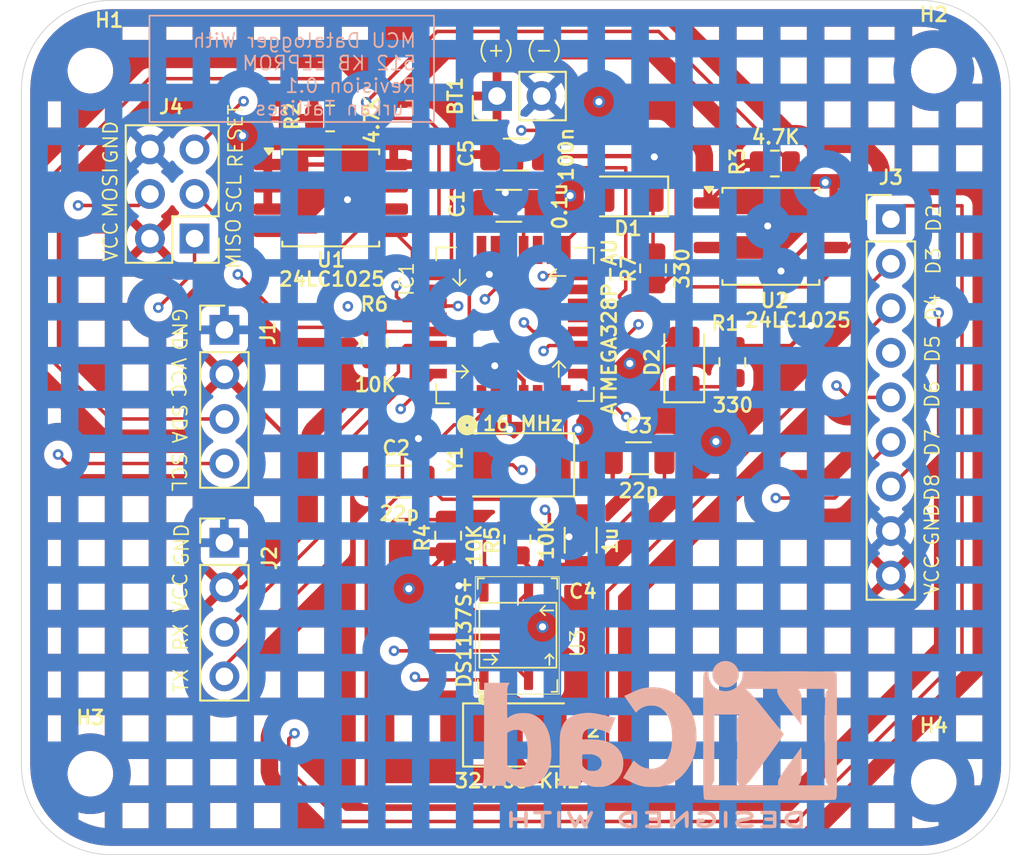
<source format=kicad_pcb>
(kicad_pcb (version 20241229) (generator "pcbnew") (generator_version "9.0")
  (title_block (title "MCU Datalogger with 512KB EEPROM") (date "2025-11-15") (rev "1") (company "Furkan Tatlises") (comment 1 "2 Layered PCB Layout"))
  (layers (0 "F.Cu" mixed) (4 "In1.Cu" mixed) (6 "In2.Cu" mixed) (2 "B.Cu" mixed) (13 "F.Paste" user) (15 "B.Paste" user) (5 "F.SilkS" user "F.Silkscreen") (7 "B.SilkS" user "B.Silkscreen") (1 "F.Mask" user) (3 "B.Mask" user) (25 "Edge.Cuts" user))
  (net 0 "")
  (net 1 "GND")
  (net 2 "/Vcc")
  (net 3 "Net-(IC1-AREF)")
  (net 4 "Net-(IC1-PB7)")
  (net 5 "Net-(IC1-PB6)")
  (net 6 "Net-(D1-A)")
  (net 7 "Net-(D1-K)")
  (net 8 "Net-(D2-K)")
  (net 9 "/SDA")
  (net 10 "/RX")
  (net 11 "/D2")
  (net 12 "/D7")
  (net 13 "/TX")
  (net 16 "/RESET")
  (net 17 "/MOSI")
  (net 19 "/D5")
  (net 21 "/D6")
  (net 22 "/D4")
  (net 23 "/SCL")
  (net 24 "/D3")
  (net 27 "/D8")
  (net 28 "/MISO")
  (net 32 "Net-(U3-!INTA)")
  (net 33 "Net-(U3-SQW{slash}~INT)")
  (net 34 "Net-(U3-X1)")
  (net 35 "Net-(U3-X2)")
  (footprint "MountingHole:MountingHole_2.1mm" (layer "F.Cu") (at 111.6584 118.7958)
    (property "Reference" "H3")
    (property "Value" "MountingHole")
  )
  (footprint "Package_SO:SOIC-8_5.3x5.3mm_P1.27mm" (layer "F.Cu") (at 150.431 88.1621)
    (property "Reference" "U2")
    (property "Value" "24LC1025")
  )
  (footprint "Capacitor_SMD:C_1206_3216Metric" (layer "F.Cu") (at 135.92 83.5)
    (property "Reference" "C5")
    (property "Value" "100n")
  )
  (footprint "Crystal:Crystal_SMD_5032-2Pin_5.0x3.2mm" (layer "F.Cu") (at 136.1685 101.1871 180)
    (property "Reference" "Y1")
    (property "Value" "16 MHz")
  )
  (footprint "LED_SMD:LED_1206_3216Metric" (layer "F.Cu") (at 145.4935 95.3371 90)
    (property "Reference" "D2")
    (property "Value" "LED")
  )
  (footprint "Resistor_SMD:R_0805_2012Metric" (layer "F.Cu") (at 143.7185 89.9871 90)
    (property "Reference" "R7")
    (property "Value" "330")
  )
  (footprint "Resistor_SMD:R_0805_2012Metric" (layer "F.Cu") (at 132.0435 105.2246 90)
    (property "Reference" "R4")
    (property "Value" "10K")
  )
  (footprint "Capacitor_SMD:C_1206_3216Metric" (layer "F.Cu") (at 139.5935 105.4871 -90)
    (property "Reference" "C4")
    (property "Value" "1u")
  )
  (footprint "Resistor_SMD:R_0805_2012Metric" (layer "F.Cu") (at 127.8435 94.2621 90)
    (property "Reference" "R6")
    (property "Value" "10K")
  )
  (footprint "Connector_PinHeader_2.54mm:PinHeader_1x09_P2.54mm_Vertical" (layer "F.Cu") (at 157.2685 87.1821)
    (property "Reference" "J3")
    (property "Value" "Conn_01x09_Pin")
  )
  (footprint "Crystal:Crystal_SMD_5032-2Pin_5.0x3.2mm" (layer "F.Cu") (at 135.9435 116.5871)
    (property "Reference" "Y2")
    (property "Value" "32.768 KHz")
  )
  (footprint "Connector_PinHeader_2.54mm:PinHeader_1x02_P2.54mm_Vertical" (layer "F.Cu") (at 134.8285 80.1621 90)
    (property "Reference" "BT1")
    (property "Value" "Battery")
  )
  (footprint "Connector_PinHeader_2.54mm:PinHeader_1x04_P2.54mm_Vertical" (layer "F.Cu") (at 119.2935 93.4921)
    (property "Reference" "J1")
    (property "Value" "Conn_01x04_Pin")
  )
  (footprint "Capacitor_SMD:C_1206_3216Metric" (layer "F.Cu") (at 142.8935 100.8121)
    (property "Reference" "C3")
    (property "Value" "22p")
  )
  (footprint "MountingHole:MountingHole_2.1mm" (layer "F.Cu") (at 159.7152 78.7146)
    (property "Reference" "H2")
    (property "Value" "MountingHole")
  )
  (footprint "Capacitor_SMD:C_1206_3216Metric" (layer "F.Cu") (at 129.22 102.14)
    (property "Reference" "C2")
    (property "Value" "22p")
  )
  (footprint "Package_SO:SOIC-8_5.3x5.3mm_P1.27mm" (layer "F.Cu") (at 125.356 85.9721)
    (property "Reference" "U1")
    (property "Value" "24LC1025")
  )
  (footprint "Resistor_SMD:R_0805_2012Metric" (layer "F.Cu") (at 135.9916 105.4354 90)
    (property "Reference" "R5")
    (property "Value" "10K")
  )
  (footprint "MountingHole:MountingHole_2.1mm" (layer "F.Cu") (at 159.7152 119.253)
    (property "Reference" "H4")
    (property "Value" "MountingHole")
  )
  (footprint "Resistor_SMD:R_0805_2012Metric" (layer "F.Cu") (at 148.2344 95.3262 90)
    (property "Reference" "R1")
    (property "Value" "330")
  )
  (footprint "Resistor_SMD:R_0805_2012Metric" (layer "F.Cu") (at 150.656 84.0121)
    (property "Reference" "R3")
    (property "Value" "4.7K")
  )
  (footprint "Capacitor_SMD:C_1206_3216Metric" (layer "F.Cu") (at 135.5 86.42)
    (property "Reference" "C1")
    (property "Value" "0.1u")
  )
  (footprint "DS1337S+:DS1337S+" (layer "F.Cu") (at 134.0835 113.4496)
    (property "Reference" "U3")
    (property "Value" "DS1137S+")
  )
  (footprint "Connector_PinHeader_2.54mm:PinHeader_2x03_P2.54mm_Vertical" (layer "F.Cu") (at 117.5935 88.2871 180)
    (property "Reference" "J4")
    (property "Value" "Conn_02x03_Odd_Even")
  )
  (footprint "LED_SMD:LED_1206_3216Metric" (layer "F.Cu") (at 142.2935 85.8871 180)
    (property "Reference" "D1")
    (property "Value" "LED")
  )
  (footprint "MountingHole:MountingHole_2.1mm" (layer "F.Cu") (at 111.6584 78.7146)
    (property "Reference" "H1")
    (property "Value" "MountingHole")
  )
  (footprint "Resistor_SMD:R_0805_2012Metric" (layer "F.Cu") (at 125.3185 81.4371)
    (property "Reference" "R2")
    (property "Value" "4.7K")
  )
  (footprint "ATMEGA328P-AU:ATMEGA328P-AU" (layer "F.Cu") (at 133.1435 97.4371)
    (property "Reference" "IC1")
    (property "Value" "ATMEGA328P-AU")
  )
  (footprint "Connector_PinHeader_2.54mm:PinHeader_1x04_P2.54mm_Vertical" (layer "F.Cu") (at 119.2935 105.6271)
    (property "Reference" "J2")
    (property "Value" "Conn_01x04_Pin")
  )
  (footprint "Symbol:KiCad-Logo2_8mm_SilkScreen" (layer "B.Cu") (at 144.07 116.31 180)
    (property "Reference" "REF**" (hide yes))
    (property "Value" "KiCad-Logo2_8mm_SilkScreen" (hide yes))
  )
  (gr_line (start 112.812102 123.407898) (end 158.9679 123.407898) (stroke (width 0.05)) (layer "Edge.Cuts"))
  (gr_line (start 158.9679 74.712102) (end 112.812102 74.712103) (stroke (width 0.05)) (layer "Edge.Cuts"))
  (gr_line (start 164.047898 118.327898) (end 164.047897 79.792102) (stroke (width 0.05)) (layer "Edge.Cuts"))
  (gr_arc (start 107.732102 79.792102) (mid 109.22 76.2) (end 112.812102 74.712102) (stroke (width 0.05)) (layer "Edge.Cuts"))
  (gr_line (start 107.732103 79.792102) (end 107.732103 118.327898) (stroke (width 0.05)) (layer "Edge.Cuts"))
  (gr_arc (start 158.967898 74.712102) (mid 162.56 76.2) (end 164.047898 79.792102) (stroke (width 0.05)) (layer "Edge.Cuts"))
  (gr_arc (start 164.047898 118.327898) (mid 162.56 121.92) (end 158.967898 123.407898) (stroke (width 0.05)) (layer "Edge.Cuts"))
  (gr_arc (start 112.812102 123.407898) (mid 109.219999 121.920001) (end 107.732102 118.327898) (stroke (width 0.05)) (layer "Edge.Cuts"))
  (gr_text "D8" (at 160.08 103.32 90) (layer "F.SilkS") (effects (font (size 0.8 0.8) (thickness 0.1)) (justify left bottom)))
  (gr_text "VCC" (at 117.25 109.69 90) (layer "F.SilkS") (effects (font (size 0.8 0.8) (thickness 0.1)) (justify left bottom)))
  (gr_text "SCL" (at 116.23 100.43 270) (layer "F.SilkS") (effects (font (size 0.8 0.8) (thickness 0.1)) (justify left bottom)))
  (gr_text "(+)" (at 133.68 77.99 0) (layer "F.SilkS") (effects (font (size 0.8 0.8) (thickness 0.1)) (justify left bottom)))
  (gr_text "D3" (at 160.16 90.41 90) (layer "F.SilkS") (effects (font (size 0.8 0.8) (thickness 0.1)) (justify left bottom)))
  (gr_text "GND" (at 116.25 92.18 270) (layer "F.SilkS") (effects (font (size 0.8 0.8) (thickness 0.1)) (justify left bottom)))
  (gr_text "D2" (at 160.18 87.98 90) (layer "F.SilkS") (effects (font (size 0.8 0.8) (thickness 0.1)) (justify left bottom)))
  (gr_text "D4" (at 160.13 93.06 90) (layer "F.SilkS") (effects (font (size 0.8 0.8) (thickness 0.1)) (justify left bottom)))
  (gr_text "RX" (at 117.28 111.87 90) (layer "F.SilkS") (effects (font (size 0.8 0.8) (thickness 0.1)) (justify left bottom)))
  (gr_text "D6\n" (at 160.09 98.01 90) (layer "F.SilkS") (effects (font (size 0.8 0.8) (thickness 0.1)) (justify left bottom)))
  (gr_text "SCL" (at 120.32 86.92 90) (layer "F.SilkS") (effects (font (size 0.8 0.8) (thickness 0.1)) (justify left bottom)))
  (gr_text "VCC" (at 116.2 95.01 270) (layer "F.SilkS") (effects (font (size 0.8 0.8) (thickness 0.1)) (justify left bottom)))
  (gr_text "D5" (at 160.11 95.42 90) (layer "F.SilkS") (effects (font (size 0.8 0.8) (thickness 0.1)) (justify left bottom)))
  (gr_text "MISO" (at 120.283171 90.097179 90) (layer "F.SilkS") (effects (font (size 0.8 0.8) (thickness 0.1)) (justify left bottom)))
  (gr_text "GND" (at 117.329083 107.037572 90) (layer "F.SilkS") (effects (font (size 0.8 0.8) (thickness 0.1)) (justify left bottom)))
  (gr_text "TX\n" (at 117.29 114.25 90) (layer "F.SilkS") (effects (font (size 0.8 0.8) (thickness 0.1)) (justify left bottom)))
  (gr_text "GND" (at 113.28 84.08 90) (layer "F.SilkS") (effects (font (size 0.8 0.8) (thickness 0.1)) (justify left bottom)))
  (gr_text "MOSI" (at 113.26 87.17 90) (layer "F.SilkS") (effects (font (size 0.8 0.8) (thickness 0.1)) (justify left bottom)))
  (gr_text "(-)" (at 136.42 77.99 0) (layer "F.SilkS") (effects (font (size 0.8 0.8) (thickness 0.1)) (justify left bottom)))
  (gr_text "SDA" (at 116.25 97.65 270) (layer "F.SilkS") (effects (font (size 0.8 0.8) (thickness 0.1)) (justify left bottom)))
  (gr_text "GND\n" (at 160.07 105.87 90) (layer "F.SilkS") (effects (font (size 0.8 0.8) (thickness 0.1)) (justify left bottom)))
  (gr_text "VCC\n" (at 160.07 108.68 90) (layer "F.SilkS") (effects (font (size 0.8 0.8) (thickness 0.1)) (justify left bottom)))
  (gr_text "D7" (at 160.1 100.77 90) (layer "F.SilkS") (effects (font (size 0.8 0.8) (thickness 0.1)) (justify left bottom)))
  (gr_text "VCC" (at 113.278347 89.6671 90) (layer "F.SilkS") (effects (font (size 0.8 0.8) (thickness 0.1)) (justify left bottom)))
  (gr_text "RESET" (at 120.4 84.32 90) (layer "F.SilkS") (effects (font (size 0.8 0.8) (thickness 0.1)) (justify left bottom)))
  (gr_text_box "MCU Datalogger With 512 KB EEPROM\nRevision 0.1\nFurkan Tatlises" (start 115.025 75.58) (end 131.235 81.64) (margins 1.0025 1.0025 1.0025 1.0025) (layer "B.SilkS") (effects (font (size 0.8 0.8) (thickness 0.1)) (justify left top mirror)) (border yes) (stroke (width 0.1)))
  (segment (start 150.9371 90.0671) (end 151.01 90.14) (width 0.25) (layer "F.Cu") (net 1))
  (segment (start 138.93 104.6756) (end 139.5935 104.0121) (width 0.25) (layer "F.Cu") (net 1))
  (segment (start 127.745 101.24) (end 129.295 99.69) (width 0.25) (layer "F.Cu") (net 1))
  (segment (start 124.5029 87.8771) (end 126.31 86.07) (width 0.25) (layer "F.Cu") (net 1))
  (segment (start 144.2604 90.8996) (end 144.97 90.19) (width 0.25) (layer "F.Cu") (net 1))
  (segment (start 141.4185 100.8121) (end 141.4185 102.1871) (width 0.25) (layer "F.Cu") (net 1))
  (segment (start 143.7185 90.8996) (end 144.2604 90.8996) (width 0.25) (layer "F.Cu") (net 1))
  (segment (start 143.7471 83.5871) (end 143.79 83.63) (width 0.25) (layer "F.Cu") (net 1))
  (segment (start 144.27 84.11) (end 143.79 83.63) (width 0.25) (layer "F.Cu") (net 1))
  (segment (start 136.3435 96.3871) (end 136.3435 97.4371) (width 0.25) (layer "F.Cu") (net 1))
  (segment (start 146.8435 90.0671) (end 150.9371 90.0671) (width 0.25) (layer "F.Cu") (net 1))
  (segment (start 135.1106 90.42) (end 135.5435 89.9871) (width 0.25) (layer "F.Cu") (net 1))
  (segment (start 137.4821 83.5871) (end 143.7471 83.5871) (width 0.25) (layer "F.Cu") (net 1))
  (segment (start 136.975 86.42) (end 136.05 86.42) (width 0.25) (layer "F.Cu") (net 1))
  (segment (start 126.31 86.07) (end 127.0429 85.3371) (width 0.25) (layer "F.Cu") (net 1))
  (segment (start 145.064 84.11) (end 144.27 84.11) (width 0.25) (layer "F.Cu") (net 1))
  (segment (start 144.97 90.19) (end 145.064 90.096) (width 0.25) (layer "F.Cu") (net 1))
  (segment (start 135.4964 95.54) (end 136.3435 96.3871) (width 0.25) (layer "F.Cu") (net 1))
  (segment (start 151.01 90.14) (end 153.6229 87.5271) (width 0.25) (layer "F.Cu") (net 1))
  (segment (start 150.2071 87.5271) (end 150.25 87.57) (width 0.25) (layer "F.Cu") (net 1))
  (segment (start 134.477997 90.42) (end 135.1106 90.42) (width 0.25) (layer "F.Cu") (net 1))
  (segment (start 127.0429 85.3371) (end 128.9435 85.3371) (width 0.25) (layer "F.Cu") (net 1))
  (segment (start 148.2344 94.4137) (end 151.5563 94.4137) (width 0.25) (layer "F.Cu") (net 1))
  (segment (start 137.395 83.5) (end 137.4821 83.5871) (width 0.25) (layer "F.Cu") (net 1))
  (segment (start 134.0835 108.4096) (end 132.9796 108.4096) (width 0.25) (layer "F.Cu") (net 1))
  (segment (start 151.5563 94.4137) (end 152.72 93.25) (width 0.25) (layer "F.Cu") (net 1))
  (segment (start 134.7 95.54) (end 134.7 97.3936) (width 0.25) (layer "F.Cu") (net 1))
  (segment (start 145.064 90.096) (end 145.064 84.11) (width 0.25) (layer "F.Cu") (net 1))
  (segment (start 134.7 95.54) (end 135.4964 95.54) (width 0.25) (layer "F.Cu") (net 1))
  (segment (start 135.5435 89.9871) (end 135.5435 88.9371) (width 0.25) (layer "F.Cu") (net 1))
  (segment (start 153.6229 87.5271) (end 154.0185 87.5271) (width 0.25) (layer "F.Cu") (net 1))
  (segment (start 138.93 105.29) (end 138.93 104.6756) (width 0.25) (layer "F.Cu") (net 1))
  (segment (start 129.295 99.69) (end 130.35 99.69) (width 0.25) (layer "F.Cu") (net 1))
  (segment (start 132.9796 108.4096) (end 132.65 108.08) (width 0.25) (layer "F.Cu") (net 1))
  (segment (start 127.745 102.14) (end 127.745 101.24) (width 0.25) (layer "F.Cu") (net 1))
  (segment (start 121.7685 87.8771) (end 124.5029 87.8771) (width 0.25) (layer "F.Cu") (net 1))
  (segment (start 134.7 97.3936) (end 134.7435 97.4371) (width 0.25) (layer "F.Cu") (net 1))
  (segment (start 141.4185 102.1871) (end 139.5935 104.0121) (width 0.25) (layer "F.Cu") (net 1))
  (segment (start 136.05 86.42) (end 135.3 85.67) (width 0.25) (layer "F.Cu") (net 1))
  (segment (start 134.389932 90.331935) (end 134.477997 90.42) (width 0.25) (layer "F.Cu") (net 1))
  (segment (start 146.8435 87.5271) (end 150.2071 87.5271) (width 0.25) (layer "F.Cu") (net 1))
  (via (at 150.25 87.57) (size 0.7) (drill 0.4) (layers "F.Cu" "B.Cu") (net 1))
  (via (at 130.35 99.69) (size 0.7) (drill 0.4) (layers "F.Cu" "B.Cu") (net 1))
  (via (at 134.389932 90.331935) (size 0.7) (drill 0.4) (layers "F.Cu" "B.Cu") (net 1))
  (via (at 143.79 83.63) (size 0.7) (drill 0.4) (layers "F.Cu" "B.Cu") (net 1))
  (via (at 135.3 85.67) (size 0.7) (drill 0.4) (layers "F.Cu" "B.Cu") (net 1))
  (via (at 151.01 90.14) (size 0.7) (drill 0.4) (layers "F.Cu" "B.Cu") (net 1))
  (via (at 132.65 108.08) (size 0.7) (drill 0.4) (layers "F.Cu" "B.Cu") (net 1))
  (via (at 126.31 86.07) (size 0.7) (drill 0.4) (layers "F.Cu" "B.Cu") (net 1))
  (via (at 138.93 105.29) (size 0.7) (drill 0.4) (layers "F.Cu" "B.Cu") (net 1))
  (via (at 152.72 93.25) (size 0.7) (drill 0.4) (layers "F.Cu" "B.Cu") (net 1))
  (via (at 134.7 95.54) (size 0.7) (drill 0.4) (layers "F.Cu" "B.Cu") (net 1))
  (segment (start 146.2278 101.3206) (end 140.5863 106.9621) (width 0.25) (layer "F.Cu") (net 2))
  (segment (start 121.7685 84.0671) (end 121.7685 85.3371) (width 0.25) (layer "F.Cu") (net 2))
  (segment (start 143.1712 95.7412) (end 142.5194 96.393) (width 0.25) (layer "F.Cu") (net 2))
  (segment (start 138.99 86.8636) (end 138.99 85.84) (width 0.25) (layer "F.Cu") (net 2))
  (segment (start 137.8935 108.2498) (end 137.8935 108.4096) (width 0.25) (layer "F.Cu") (net 2))
  (segment (start 119.2935 96.0321) (end 120.151 95.1746) (width 0.25) (layer "F.Cu") (net 2))
  (segment (start 121.6359 81.4371) (end 121.3612 81.7118) (width 0.25) (layer "F.Cu") (net 2))
  (segment (start 146.2278 100.1014) (end 146.2278 101.3206) (width 0.25) (layer "F.Cu") (net 2))
  (segment (start 145.7582 99.6318) (end 146.2278 100.1014) (width 0.25) (layer "F.Cu") (net 2))
  (segment (start 145.4935 93.9371) (end 144.9753 93.9371) (width 0.25) (layer "F.Cu") (net 2))
  (segment (start 135.5435 99.1635) (end 135.55 99.17) (width 0.25) (layer "F.Cu") (net 2))
  (segment (start 121.7685 85.3371) (end 121.7685 86.6071) (width 0.25) (layer "F.Cu") (net 2))
  (segment (start 153.709944 86.2571) (end 154.0185 86.2571) (width 0.25) (layer "F.Cu") (net 2))
  (segment (start 140.5863 106.9621) (end 139.5935 106.9621) (width 0.25) (layer "F.Cu") (net 2))
  (segment (start 147.0718 99.6318) (end 147.3 99.86) (width 0.25) (layer "F.Cu") (net 2))
  (segment (start 120.151 95.1746) (end 127.8435 95.1746) (width 0.25) (layer "F.Cu") (net 2))
  (segment (start 138.6 109.71) (end 137.8935 109.0035) (width 0.25) (layer "F.Cu") (net 2))
  (segment (start 132.0435 106.1371) (end 129.9306 108.25) (width 0.25) (layer "F.Cu") (net 2))
  (segment (start 123.0122 105.4862) (end 123.0122 99.7508) (width 0.25) (layer "F.Cu") (net 2))
  (segment (start 124.406 81.4371) (end 121.6359 81.4371) (width 0.25) (layer "F.Cu") (net 2))
  (segment (start 142.39 95.41) (end 142.7212 95.7412) (width 0.25) (layer "F.Cu") (net 2))
  (segment (start 142.5194 96.393) (end 145.7582 99.6318) (width 0.25) (layer "F.Cu") (net 2))
  (segment (start 134.8285 80.1621) (end 134.8285 83.2021) (width 0.25) (layer "F.Cu") (net 2))
  (segment (start 149.0885 84.0121) (end 146.8435 86.2571) (width 0.25) (layer "F.Cu") (net 2))
  (segment (start 153.53 85.09) (end 153.2271 85.09) (width 0.25) (layer "F.Cu") (net 2))
  (segment (start 120.33 82.42) (end 120.33 82.6286) (width 0.25) (layer "F.Cu") (net 2))
  (segment (start 119.2935 108.1671) (end 120.3313 108.1671) (width 0.25) (layer "F.Cu") (net 2))
  (segment (start 137.9435 87.9101) (end 138.99 86.8636) (width 0.25) (layer "F.Cu") (net 2))
  (segment (start 129.9306 108.25) (end 129.8 108.25) (width 0.25) (layer "F.Cu") (net 2))
  (segment (start 123.0122 99.7508) (end 119.2935 96.0321) (width 0.25) (layer "F.Cu") (net 2))
  (segment (start 142.7212 95.7412) (end 143.1712 95.7412) (width 0.25) (layer "F.Cu") (net 2))
  (segment (start 135.5435 97.4371) (end 135.5435 99.1635) (width 0.25) (layer "F.Cu") (net 2))
  (segment (start 144.9753 93.9371) (end 143.1712 95.7412) (width 0.25) (layer "F.Cu") (net 2))
  (segment (start 137.8935 109.0035) (end 137.8935 108.4096) (width 0.25) (layer "F.Cu") (net 2))
  (segment (start 121.7685 84.0671) (end 128.9435 84.0671) (width 0.25) (layer "F.Cu") (net 2))
  (segment (start 146.8435 86.2571) (end 152.06 86.2571) (width 0.25) (layer "F.Cu") (net 2))
  (segment (start 153.2271 85.09) (end 152.06 86.2571) (width 0.25) (layer "F.Cu") (net 2))
  (segment (start 152.06 86.2571) (end 154.0185 86.2571) (width 0.25) (layer "F.Cu") (net 2))
  (segment (start 134.5306 83.5) (end 134.445 83.5) (width 0.25) (layer "F.Cu") (net 2))
  (segment (start 120.33 82.6286) (end 121.7685 84.0671) (width 0.25) (layer "F.Cu") (net 2))
  (segment (start 137.42 110.42) (end 137.89 110.42) (width 0.25) (layer "F.Cu") (net 2))
  (segment (start 121.3612 83.6598) (end 121.7685 84.0671) (width 0.25) (layer "F.Cu") (net 2))
  (segment (start 121.3612 81.7118) (end 121.3612 83.6598) (width 0.25) (layer "F.Cu") (net 2))
  (segment (start 146.8435 88.7971) (end 151.169944 88.7971) (width 0.25) (layer "F.Cu") (net 2))
  (segment (start 135.9916 106.3479) (end 137.8935 108.2498) (width 0.25) (layer "F.Cu") (net 2))
  (segment (start 120.3313 108.1671) (end 123.0122 105.4862) (width 0.25) (layer "F.Cu") (net 2))
  (segment (start 137.9435 88.9371) (end 137.9435 87.9101) (width 0.25) (layer "F.Cu") (net 2))
  (segment (start 137.89 110.42) (end 138.6 109.71) (width 0.25) (layer "F.Cu") (net 2))
  (segment (start 145.7582 99.6318) (end 147.0718 99.6318) (width 0.25) (layer "F.Cu") (net 2))
  (segment (start 134.8285 83.2021) (end 134.5306 83.5) (width 0.25) (layer "F.Cu") (net 2))
  (segment (start 149.7435 84.0121) (end 149.0885 84.0121) (width 0.25) (layer "F.Cu") (net 2))
  (segment (start 151.169944 88.7971) (end 153.709944 86.2571) (width 0.25) (layer "F.Cu") (net 2))
  (via (at 137.42 110.42) (size 0.7) (drill 0.4) (layers "F.Cu" "B.Cu") (net 2))
  (via (at 135.55 99.17) (size 0.7) (drill 0.4) (layers "F.Cu" "B.Cu") (net 2))
  (via (at 147.3 99.86) (size 0.7) (drill 0.4) (layers "F.Cu" "B.Cu") (net 2))
  (via (at 138.99 85.84) (size 0.7) (drill 0.4) (layers "F.Cu" "B.Cu") (net 2))
  (via (at 142.39 95.41) (size 0.7) (drill 0.4) (layers "F.Cu" "B.Cu") (net 2))
  (via (at 139.4435 99.17) (size 0.7) (drill 0.4) (layers "F.Cu" "B.Cu") (net 2))
  (via (at 153.53 85.09) (size 0.7) (drill 0.4) (layers "F.Cu" "B.Cu") (net 2))
  (via (at 129.8 108.25) (size 0.7) (drill 0.4) (layers "F.Cu" "B.Cu") (net 2))
  (via (at 120.33 82.42) (size 0.7) (drill 0.4) (layers "F.Cu" "B.Cu") (net 2))
  (via (at 140.63 80.49) (size 0.7) (drill 0.4) (layers "F.Cu" "B.Cu") (net 2))
  (segment (start 134.0361 86.4311) (end 134.8911 86.4311) (width 0.2) (layer "F.Cu") (net 3))
  (segment (start 136.3435 87.8835) (end 136.3435 88.9371) (width 0.2) (layer "F.Cu") (net 3))
  (segment (start 134.025 86.42) (end 134.0361 86.4311) (width 0.2) (layer "F.Cu") (net 3))
  (segment (start 134.8911 86.4311) (end 136.3435 87.8835) (width 0.2) (layer "F.Cu") (net 3))
  (segment (start 136.0562 103.1494) (end 138.0185 101.1871) (width 0.2) (layer "F.Cu") (net 4))
  (segment (start 138.0185 101.1871) (end 138.7435 100.4621) (width 0.2) (layer "F.Cu") (net 4))
  (segment (start 130.695 102.14) (end 131.7044 103.1494) (width 0.2) (layer "F.Cu") (net 4))
  (segment (start 131.7044 103.1494) (end 136.0562 103.1494) (width 0.2) (layer "F.Cu") (net 4))
  (segment (start 138.7435 100.4621) (end 138.7435 97.4371) (width 0.2) (layer "F.Cu") (net 4))
  (segment (start 136.28 101.48) (end 136.02 101.48) (width 0.2) (layer "F.Cu") (net 5))
  (segment (start 135.1935 101.1871) (end 137.9435 98.4371) (width 0.2) (layer "F.Cu") (net 5))
  (segment (start 137.81 106.17) (end 137.81 104) (width 0.2) (layer "F.Cu") (net 5))
  (segment (start 137.81 104) (end 137.56 103.75) (width 0.2) (layer "F.Cu") (net 5))
  (segment (start 136.02 101.48) (end 135.7271 101.1871) (width 0.2) (layer "F.Cu") (net 5))
  (segment (start 144.3685 102.0615) (end 140.3939 106.0361) (width 0.2) (layer "F.Cu") (net 5))
  (segment (start 134.3185 101.1871) (end 135.1935 101.1871) (width 0.2) (layer "F.Cu") (net 5))
  (segment (start 140.3939 106.0361) (end 138.68763 106.0361) (width 0.2) (layer "F.Cu") (net 5))
  (segment (start 144.3685 100.8121) (end 144.3685 102.0615) (width 0.2) (layer "F.Cu") (net 5))
  (segment (start 135.7271 101.1871) (end 134.3185 101.1871) (width 0.2) (layer "F.Cu") (net 5))
  (segment (start 138.68763 106.0361) (end 138.55373 106.17) (width 0.2) (layer "F.Cu") (net 5))
  (segment (start 138.55373 106.17) (end 137.81 106.17) (width 0.2) (layer "F.Cu") (net 5))
  (segment (start 137.9435 98.4371) (end 137.9435 97.4371) (width 0.2) (layer "F.Cu") (net 5))
  (via (at 136.28 101.48) (size 0.6) (drill 0.3) (layers "F.Cu" "B.Cu") (net 5))
  (via (at 137.56 103.75) (size 0.6) (drill 0.3) (layers "F.Cu" "B.Cu") (net 5))
  (segment (start 140.8935 85.8871) (end 140.8935 86.3095) (width 0.2) (layer "F.Cu") (net 6))
  (segment (start 140.8935 86.3095) (end 138.7435 88.4595) (width 0.2) (layer "F.Cu") (net 6))
  (segment (start 138.7435 88.4595) (end 138.7435 88.9371) (width 0.2) (layer "F.Cu") (net 6))
  (segment (start 143.7185 85.9121) (end 143.6935 85.8871) (width 0.2) (layer "F.Cu") (net 7))
  (segment (start 143.7185 89.0746) (end 143.7185 85.9121) (width 0.2) (layer "F.Cu") (net 7))
  (segment (start 147.736 96.7371) (end 148.2344 96.2387) (width 0.2) (layer "F.Cu") (net 8))
  (segment (start 145.4935 96.7371) (end 147.736 96.7371) (width 0.2) (layer "F.Cu") (net 8))
  (segment (start 134.9639 111.79) (end 128.96 111.79) (width 0.2) (layer "F.Cu") (net 9))
  (segment (start 132.61 92.13) (end 131.3114 92.13) (width 0.2) (layer "F.Cu") (net 9))
  (segment (start 145.54 91.04) (end 145.54 83.66) (width 0.2) (layer "F.Cu") (net 9))
  (segment (start 136.6235 113.4496) (end 134.9639 111.79) (width 0.2) (layer "F.Cu") (net 9))
  (segment (start 112.7961 98.5721) (end 109.1438 94.9198) (width 0.2) (layer "F.Cu") (net 9))
  (segment (start 131.5212 82.1182) (end 131.5212 87.249) (width 0.2) (layer "F.Cu") (net 9))
  (segment (start 131.3114 92.13) (end 131.1685 91.9871) (width 0.2) (layer "F.Cu") (net 9))
  (segment (start 130.8931 87.8771) (end 128.9435 87.8771) (width 0.2) (layer "F.Cu") (net 9))
  (segment (start 126.231 81.4371) (end 130.8401 81.4371) (width 0.2) (layer "F.Cu") (net 9))
  (segment (start 153.0456 91.04) (end 145.54 91.04) (width 0.2) (layer "F.Cu") (net 9))
  (segment (start 131.5212 87.249) (end 130.8931 87.8771) (width 0.2) (layer "F.Cu") (net 9))
  (segment (start 130.8401 81.4371) (end 131.5212 82.1182) (width 0.2) (layer "F.Cu") (net 9))
  (segment (start 109.1438 85.0392) (end 115.0112 79.1718) (width 0.2) (layer "F.Cu") (net 9))
  (segment (start 115.0112 79.1718) (end 125.6144 79.1718) (width 0.2) (layer "F.Cu") (net 9))
  (segment (start 119.2935 98.5721) (end 112.7961 98.5721) (width 0.2) (layer "F.Cu") (net 9))
  (segment (start 145.54 83.66) (end 144 82.12) (width 0.2) (layer "F.Cu") (net 9))
  (segment (start 130.01 88.9436) (end 128.9435 87.8771) (width 0.2) (layer "F.Cu") (net 9))
  (segment (start 126.231 79.7884) (end 126.231 81.4371) (width 0.2) (layer "F.Cu") (net 9))
  (segment (start 154.0185 90.0671) (end 153.0456 91.04) (width 0.2) (layer "F.Cu") (net 9))
  (segment (start 125.6144 79.1718) (end 126.231 79.7884) (width 0.2) (layer "F.Cu") (net 9))
  (segment (start 130.01 91.537943) (end 130.01 88.9436) (width 0.2) (layer "F.Cu") (net 9))
  (segment (start 109.1438 94.9198) (end 109.1438 85.0392) (width 0.2) (layer "F.Cu") (net 9))
  (segment (start 144 82.12) (end 136.21 82.12) (width 0.2) (layer "F.Cu") (net 9))
  (segment (start 130.459157 91.9871) (end 130.01 91.537943) (width 0.2) (layer "F.Cu") (net 9))
  (segment (start 131.1685 91.9871) (end 130.459157 91.9871) (width 0.2) (layer "F.Cu") (net 9))
  (via (at 128.96 111.79) (size 0.6) (drill 0.3) (layers "F.Cu" "B.Cu") (net 9))
  (via (at 136.21 82.12) (size 0.6) (drill 0.3) (layers "F.Cu" "B.Cu") (net 9))
  (via (at 132.61 92.13) (size 0.6) (drill 0.3) (layers "F.Cu" "B.Cu") (net 9))
  (segment (start 129.2098 95.885) (end 129.2098 94.7928) (width 0.2) (layer "F.Cu") (net 10))
  (segment (start 129.6155 94.3871) (end 131.1685 94.3871) (width 0.2) (layer "F.Cu") (net 10))
  (segment (start 129.2098 94.7928) (end 129.6155 94.3871) (width 0.2) (layer "F.Cu") (net 10))
  (segment (start 119.2935 110.7071) (end 125.222 104.7786) (width 0.2) (layer "F.Cu") (net 10))
  (segment (start 125.222 99.8728) (end 129.2098 95.885) (width 0.2) (layer "F.Cu") (net 10))
  (segment (start 125.222 104.7786) (end 125.222 99.8728) (width 0.2) (layer "F.Cu") (net 10))
  (segment (start 161.32 112.07) (end 160.6 112.79) (width 0.2) (layer "F.Cu") (net 11))
  (segment (start 122.96 118.55) (end 122.96 116.82) (width 0.2) (layer "F.Cu") (net 11))
  (segment (start 125.93 121.52) (end 122.96 118.55) (width 0.2) (layer "F.Cu") (net 11))
  (segment (start 160.6 112.79) (end 151.87 121.52) (width 0.2) (layer "F.Cu") (net 11))
  (segment (start 161.32 86.42) (end 161.32 112.07) (width 0.2) (layer "F.Cu") (net 11))
  (segment (start 151.87 121.52) (end 142.61 121.52) (width 0.2) (layer "F.Cu") (net 11))
  (segment (start 131.1685 96.1715) (end 131.1685 95.9871) (width 0.2) (layer "F.Cu") (net 11))
  (segment (start 122.96 116.82) (end 123.29 116.49) (width 0.2) (layer "F.Cu") (net 11))
  (segment (start 158.0306 86.42) (end 161.32 86.42) (width 0.2) (layer "F.Cu") (net 11))
  (segment (start 157.2685 87.1821) (end 158.0306 86.42) (width 0.2) (layer "F.Cu") (net 11))
  (segment (start 142.61 121.52) (end 125.93 121.52) (width 0.2) (layer "F.Cu") (net 11))
  (segment (start 129.34 98) (end 131.1685 96.1715) (width 0.2) (layer "F.Cu") (net 11))
  (via (at 129.34 98) (size 0.6) (drill 0.3) (layers "F.Cu" "B.Cu") (net 11))
  (via (at 123.29 116.49) (size 0.6) (drill 0.3) (layers "F.Cu" "B.Cu") (net 11))
  (segment (start 154.0706 103.08) (end 150.71 103.08) (width 0.2) (layer "F.Cu") (net 12))
  (segment (start 137.7929 94.3871) (end 139.6685 94.3871) (width 0.2) (layer "F.Cu") (net 12))
  (segment (start 137.48 94.7) (end 137.7929 94.3871) (width 0.2) (layer "F.Cu") (net 12))
  (segment (start 157.2685 99.8821) (end 154.0706 103.08) (width 0.2) (layer "F.Cu") (net 12))
  (via (at 150.71 103.08) (size 0.6) (drill 0.3) (layers "F.Cu" "B.Cu") (net 12))
  (via (at 137.48 94.7) (size 0.6) (drill 0.3) (layers "F.Cu" "B.Cu") (net 12))
  (segment (start 119.2935 113.2471) (end 119.2935 112.6593) (width 0.2) (layer "F.Cu") (net 13))
  (segment (start 129.9464 96.266) (end 129.9464 95.4532) (width 0.2) (layer "F.Cu") (net 13))
  (segment (start 119.2935 112.6593) (end 125.857 106.0958) (width 0.2) (layer "F.Cu") (net 13))
  (segment (start 125.857 106.0958) (end 125.857 100.3554) (width 0.2) (layer "F.Cu") (net 13))
  (segment (start 130.2125 95.1871) (end 131.1685 95.1871) (width 0.2) (layer "F.Cu") (net 13))
  (segment (start 129.9464 95.4532) (end 130.2125 95.1871) (width 0.2) (layer "F.Cu") (net 13))
  (segment (start 125.857 100.3554) (end 129.9464 96.266) (width 0.2) (layer "F.Cu") (net 13))
  (segment (start 128.081 93.5871) (end 131.1685 93.5871) (width 0.2) (layer "F.Cu") (net 16))
  (segment (start 120.3406 80.46) (end 120.39 80.46) (width 0.2) (layer "F.Cu") (net 16))
  (segment (start 123.0796 93.3496) (end 127.8435 93.3496) (width 0.2) (layer "F.Cu") (net 16))
  (segment (start 127.8435 93.3496) (end 128.081 93.5871) (width 0.2) (layer "F.Cu") (net 16))
  (segment (start 117.5935 83.2071) (end 120.3406 80.46) (width 0.2) (layer "F.Cu") (net 16))
  (segment (start 120.06 90.33) (end 123.0796 93.3496) (width 0.2) (layer "F.Cu") (net 16))
  (via (at 120.39 80.46) (size 0.6) (drill 0.3) (layers "F.Cu" "B.Cu") (net 16))
  (via (at 120.06 90.33) (size 0.6) (drill 0.3) (layers "F.Cu" "B.Cu") (net 16))
  (segment (start 134.14 91.75) (end 134.7029 91.1871) (width 0.2) (layer "F.Cu") (net 17))
  (segment (start 115.0535 85.7471) (end 114.4006 86.4) (width 0.2) (layer "F.Cu") (net 17))
  (segment (start 114.4006 86.4) (end 110.96 86.4) (width 0.2) (layer "F.Cu") (net 17))
  (segment (start 134.7029 91.1871) (end 139.6685 91.1871) (width 0.2) (layer "F.Cu") (net 17))
  (via (at 134.14 91.75) (size 0.6) (drill 0.3) (layers "F.Cu" "B.Cu") (net 17))
  (via (at 110.96 86.4) (size 0.6) (drill 0.3) (layers "F.Cu" "B.Cu") (net 17))
  (segment (start 142.1414 98.46) (end 139.6685 95.9871) (width 0.2) (layer "F.Cu") (net 19))
  (segment (start 142.2 98.46) (end 142.1414 98.46) (width 0.2) (layer "F.Cu") (net 19))
  (via (at 142.2 98.46) (size 0.6) (drill 0.3) (layers "F.Cu" "B.Cu") (net 19))
  (segment (start 142.89 93.18) (end 140.8829 95.1871) (width 0.2) (layer "F.Cu") (net 21))
  (segment (start 140.8829 95.1871) (end 139.6685 95.1871) (width 0.2) (layer "F.Cu") (net 21))
  (segment (start 157.2685 97.3421) (end 154.8421 97.3421) (width 0.2) (layer "F.Cu") (net 21))
  (segment (start 154.8421 97.3421) (end 154.17 96.67) (width 0.2) (layer "F.Cu") (net 21))
  (via (at 154.17 96.67) (size 0.6) (drill 0.3) (layers "F.Cu" "B.Cu") (net 21))
  (via (at 142.89 93.18) (size 0.6) (drill 0.3) (layers "F.Cu" "B.Cu") (net 21))
  (segment (start 157.2685 92.2621) (end 141.1224 108.4082) (width 0.2) (layer "F.Cu") (net 22))
  (segment (start 141.1224 108.4082) (end 141.1224 118.6688) (width 0.2) (layer "F.Cu") (net 22))
  (segment (start 133.9435 98.3141) (end 133.9435 97.4371) (width 0.2) (layer "F.Cu") (net 22))
  (segment (start 133.35 98.9076) (end 133.9435 98.3141) (width 0.2) (layer "F.Cu") (net 22))
  (segment (start 132.3848 98.9076) (end 133.35 98.9076) (width 0.2) (layer "F.Cu") (net 22))
  (segment (start 141.1224 118.6688) (end 139.8524 119.9388) (width 0.2) (layer "F.Cu") (net 22))
  (segment (start 130.683 100.6094) (end 132.3848 98.9076) (width 0.2) (layer "F.Cu") (net 22))
  (segment (start 129.4384 100.6094) (end 130.683 100.6094) (width 0.2) (layer "F.Cu") (net 22))
  (segment (start 127.381 104.775) (end 129.4384 102.7176) (width 0.2) (layer "F.Cu") (net 22))
  (segment (start 139.8524 119.9388) (end 127.381 119.9388) (width 0.2) (layer "F.Cu") (net 22))
  (segment (start 129.4384 102.7176) (end 129.4384 100.6094) (width 0.2) (layer "F.Cu") (net 22))
  (segment (start 127.381 119.9388) (end 127.381 104.775) (width 0.2) (layer "F.Cu") (net 22))
  (segment (start 126.7206 90.1446) (end 125.4506 90.1446) (width 0.2) (layer "F.Cu") (net 23))
  (segment (start 128.131001 86.6071) (end 128.9435 86.6071) (width 0.2) (layer "F.Cu") (net 23))
  (segment (start 122.118 90.2716) (end 125.4506 90.2716) (width 0.2) (layer "F.Cu") (net 23))
  (segment (start 110.3321 101.1121) (end 109.82 100.6) (width 0.2) (layer "F.Cu") (net 23))
  (segment (start 129.1 91.5956) (end 130.2915 92.7871) (width 0.2) (layer "F.Cu") (net 23))
  (segment (start 154.830999 88.7971) (end 155.6004 88.027699) (width 0.2) (layer "F.Cu") (net 23))
  (segment (start 130.9956 92.96) (end 129.536 92.96) (width 0.2) (layer "F.Cu") (net 23))
  (segment (start 154.0185 88.7971) (end 154.830999 88.7971) (width 0.2) (layer "F.Cu") (net 23))
  (segment (start 130.3196 113.4496) (end 130.15 113.28) (width 0.2) (layer "F.Cu") (net 23))
  (segment (start 132.42 76.48) (end 131.41 76.48) (width 0.2) (layer "F.Cu") (net 23))
  (segment (start 130.2915 92.7871) (end 131.1685 92.7871) (width 0.2) (layer "F.Cu") (net 23))
  (segment (start 117.5935 85.7471) (end 122.118 90.2716) (width 0.2) (layer "F.Cu") (net 23))
  (segment (start 155.6004 88.027699) (end 155.6004 84.4804) (width 0.2) (layer "F.Cu") (net 23))
  (segment (start 129.536 92.96) (end 126.7206 90.1446) (width 0.2) (layer "F.Cu") (net 23))
  (segment (start 125.4506 90.1446) (end 125.4506 89.287501) (width 0.2) (layer "F.Cu") (net 23))
  (segment (start 144.0364 76.48) (end 132.42 76.48) (width 0.2) (layer "F.Cu") (net 23))
  (segment (start 125.4506 90.2716) (end 125.4506 90.1446) (width 0.2) (layer "F.Cu") (net 23))
  (segment (start 131.1685 92.7871) (end 130.9956 92.96) (width 0.2) (layer "F.Cu") (net 23))
  (segment (start 134.0835 113.4496) (end 130.3196 113.4496) (width 0.2) (layer "F.Cu") (net 23))
  (segment (start 131.41 76.48) (end 127.37 80.52) (width 0.2) (layer "F.Cu") (net 23))
  (segment (start 119.2935 101.1121) (end 110.3321 101.1121) (width 0.2) (layer "F.Cu") (net 23))
  (segment (start 125.4506 89.287501) (end 128.131001 86.6071) (width 0.2) (layer "F.Cu") (net 23))
  (segment (start 129.1 90.98) (end 129.1 91.5956) (width 0.2) (layer "F.Cu") (net 23))
  (segment (start 151.5685 84.0121) (end 144.0364 76.48) (width 0.2) (layer "F.Cu") (net 23))
  (segment (start 155.6004 84.4804) (end 155.1321 84.0121) (width 0.2) (layer "F.Cu") (net 23))
  (segment (start 155.1321 84.0121) (end 151.5685 84.0121) (width 0.2) (layer "F.Cu") (net 23))
  (via (at 130.15 113.28) (size 0.6) (drill 0.3) (layers "F.Cu" "B.Cu") (net 23))
  (via (at 129.1 90.98) (size 0.6) (drill 0.3) (layers "F.Cu" "B.Cu") (net 23))
  (via (at 109.82 100.6) (size 0.6) (drill 0.3) (layers "F.Cu" "B.Cu") (net 23))
  (via (at 127.37 80.52) (size 0.6) (drill 0.3) (layers "F.Cu" "B.Cu") (net 23))
  (segment (start 133.25 90.6542) (end 133.25 97.3306) (width 0.2) (layer "F.Cu") (net 24))
  (segment (start 142.1638 84.2518) (end 138.56067 84.2518) (width 0.2) (layer "F.Cu") (net 24))
  (segment (start 132.7842 84.97) (end 132.2324 85.5218) (width 0.2) (layer "F.Cu") (net 24))
  (segment (start 132.2324 85.5218) (end 132.2324 89.6366) (width 0.2) (layer "F.Cu") (net 24))
  (segment (start 133.25 97.3306) (end 133.1435 97.4371) (width 0.2) (layer "F.Cu") (net 24))
  (segment (start 141.8082 91.6432) (end 141.8082 91.5416) (width 0.2) (layer "F.Cu") (net 24))
  (segment (start 142.525 92.36) (end 141.8082 91.6432) (width 0.2) (layer "F.Cu") (net 24))
  (segment (start 142.1638 91.186) (end 142.1638 84.2518) (width 0.2) (layer "F.Cu") (net 24))
  (segment (start 154.6306 92.36) (end 142.525 92.36) (width 0.2) (layer "F.Cu") (net 24))
  (segment (start 132.2324 89.6366) (end 133.25 90.6542) (width 0.2) (layer "F.Cu") (net 24))
  (segment (start 157.2685 89.7221) (end 154.6306 92.36) (width 0.2) (layer "F.Cu") (net 24))
  (segment (start 137.84247 84.97) (end 132.7842 84.97) (width 0.2) (layer "F.Cu") (net 24))
  (segment (start 138.56067 84.2518) (end 137.84247 84.97) (width 0.2) (layer "F.Cu") (net 24))
  (segment (start 141.8082 91.5416) (end 142.1638 91.186) (width 0.2) (layer "F.Cu") (net 24))
  (segment (start 159.99 99.7006) (end 159.99 92.52) (width 0.2) (layer "F.Cu") (net 27))
  (segment (start 157.2685 102.4221) (end 159.99 99.7006) (width 0.2) (layer "F.Cu") (net 27))
  (segment (start 136.36 93.07) (end 136.8771 93.5871) (width 0.2) (layer "F.Cu") (net 27))
  (segment (start 136.8771 93.5871) (end 139.6685 93.5871) (width 0.2) (layer "F.Cu") (net 27))
  (via (at 159.99 92.52) (size 0.6) (drill 0.3) (layers "F.Cu" "B.Cu") (net 27))
  (via (at 136.36 93.07) (size 0.6) (drill 0.3) (layers "F.Cu" "B.Cu") (net 27))
  (segment (start 137.44 90.43) (end 137.44 90.4142) (width 0.2) (layer "F.Cu") (net 28))
  (segment (start 137.44 90.4142) (end 137.4671 90.3871) (width 0.2) (layer "F.Cu") (net 28))
  (segment (start 117.5935 90.1565) (end 115.53 92.22) (width 0.2) (layer "F.Cu") (net 28))
  (segment (start 117.5935 88.2871) (end 117.5935 90.1565) (width 0.2) (layer "F.Cu") (net 28))
  (segment (start 137.4671 90.3871) (end 139.6685 90.3871) (width 0.2) (layer "F.Cu") (net 28))
  (via (at 115.53 92.22) (size 0.6) (drill 0.3) (layers "F.Cu" "B.Cu") (net 28))
  (via (at 137.44 90.43) (size 0.6) (drill 0.3) (layers "F.Cu" "B.Cu") (net 28))
  (via (at 126.33 92.15) (size 0.6) (drill 0.3) (layers "F.Cu" "B.Cu") (net 28))
  (segment (start 129.2606 110.2106) (end 135.509 110.2106) (width 0.2) (layer "F.Cu") (net 32))
  (segment (start 136.1694 108.8637) (end 136.6235 108.4096) (width 0.2) (layer "F.Cu") (net 32))
  (segment (start 128.0668 105.283) (end 128.0668 109.0168) (width 0.2) (layer "F.Cu") (net 32))
  (segment (start 129.0377 104.3121) (end 128.0668 105.283) (width 0.2) (layer "F.Cu") (net 32))
  (segment (start 136.1694 109.5502) (end 136.1694 108.8637) (width 0.2) (layer "F.Cu") (net 32))
  (segment (start 135.509 110.2106) (end 136.1694 109.5502) (width 0.2) (layer "F.Cu") (net 32))
  (segment (start 128.0668 109.0168) (end 129.2606 110.2106) (width 0.2) (layer "F.Cu") (net 32))
  (segment (start 132.0435 104.3121) (end 129.0377 104.3121) (width 0.2) (layer "F.Cu") (net 32))
  (segment (start 135.9916 104.5229) (end 134.9229 104.5229) (width 0.2) (layer "F.Cu") (net 33))
  (segment (start 135.3535 108.1247) (end 135.3535 108.4096) (width 0.2) (layer "F.Cu") (net 33))
  (segment (start 134.112 106.8832) (end 135.3535 108.1247) (width 0.2) (layer "F.Cu") (net 33))
  (segment (start 134.112 105.3338) (end 134.112 106.8832) (width 0.2) (layer "F.Cu") (net 33))
  (segment (start 134.9229 104.5229) (end 134.112 105.3338) (width 0.2) (layer "F.Cu") (net 33))
  (segment (start 134.0935 116.5871) (end 134.0935 114.7096) (width 0.2) (layer "F.Cu") (net 34))
  (segment (start 134.0935 114.7096) (end 135.3535 113.4496) (width 0.2) (layer "F.Cu") (net 34))
  (segment (start 137.7935 116.5871) (end 137.7935 113.5496) (width 0.2) (layer "F.Cu") (net 35))
  (segment (start 137.7935 113.5496) (end 137.8935 113.4496) (width 0.2) (layer "F.Cu") (net 35))
  (zone (net 2) (net_name "/Vcc") (layer "F.Cu") (connect_pads (clearance 0.5)) (min_thickness 0.25) (fill yes (mode hatch) (thermal_gap 0.5) (thermal_bridge_width 0.5) (hatch_thickness 1) (hatch_gap 1.5) (hatch_orientation 0) (hatch_border_algorithm hatch_thickness) (hatch_min_hole_area 0.3))
    (polygon (pts (xy 112.899636 74.74) (xy 112.829636 74.74) (xy 112.649636 74.75) (xy 112.399636 74.76) (xy 112.129636 74.8) (xy 111.869636 74.84) (xy 111.709636 74.88) (xy 111.519636 74.92) (xy 111.299636 74.99) (xy 111.119636 75.05) (xy 110.949636 75.12) (xy 110.729636 75.22) (xy 110.479636 75.34) (xy 110.189636 75.52) (xy 109.909636 75.72) (xy 109.589636 75.95) (xy 109.369636 76.14) (xy 109.189636 76.33) (xy 108.979636 76.56) (xy 108.809636 76.77) (xy 108.619636 77.08) (xy 108.479636 77.29) (xy 108.329636 77.57) (xy 108.139636 78) (xy 107.999636 78.44) (xy 107.909636 78.81) (xy 107.849636 79.22) (xy 107.819636 79.63) (xy 107.809636 79.91) (xy 107.809636 118.38) (xy 107.819636 118.78) (xy 107.889636 119.25) (xy 108.059636 119.9) (xy 108.269636 120.45) (xy 108.519636 120.92) (xy 108.749636 121.27) (xy 108.979636 121.55) (xy 109.219636 121.83) (xy 109.549636 122.14) (xy 109.979636 122.48) (xy 110.349636 122.71) (xy 110.749636 122.91) (xy 111.039636 123.04) (xy 111.339636 123.14) (xy 111.529636 123.2) (xy 111.629636 123.22) (xy 111.959636 123.3) (xy 112.109636 123.32) (xy 112.339636 123.35) (xy 112.499636 123.36) (xy 112.749636 123.37) (xy 159.189636 123.37) (xy 159.759636 123.31) (xy 160.689636 123.09) (xy 161.539636 122.68) (xy 162.189636 122.24) (xy 162.729636 121.73) (xy 163.269636 121.01) (xy 163.659636 120.28) (xy 163.879636 119.64) (xy 163.999636 119.04) (xy 164.039636 118.67) (xy 164.039636 79.53) (xy 163.779636 78.23) (xy 163.429636 77.44) (xy 162.849636 76.57) (xy 161.569636 75.51) (xy 160.149636 74.88)))
  )
  (zone (net 1) (net_name "GND") (layer "B.Cu") (connect_pads (clearance 0.5)) (min_thickness 0.25) (fill yes (mode hatch) (thermal_gap 0.5) (thermal_bridge_width 0.5) (hatch_thickness 1) (hatch_gap 1.5) (hatch_orientation 0) (hatch_border_algorithm hatch_thickness) (hatch_min_hole_area 0.3))
    (polygon (pts (xy 112.9 74.81) (xy 112.83 74.81) (xy 112.65 74.82) (xy 112.4 74.83) (xy 112.13 74.87) (xy 111.87 74.91) (xy 111.71 74.95) (xy 111.52 74.99) (xy 111.3 75.06) (xy 111.12 75.12) (xy 110.95 75.19) (xy 110.73 75.29) (xy 110.48 75.41) (xy 110.19 75.59) (xy 109.91 75.79) (xy 109.59 76.02) (xy 109.37 76.21) (xy 109.19 76.4) (xy 108.98 76.63) (xy 108.81 76.84) (xy 108.62 77.15) (xy 108.48 77.36) (xy 108.33 77.64) (xy 108.14 78.07) (xy 108 78.51) (xy 107.91 78.88) (xy 107.85 79.29) (xy 107.82 79.7) (xy 107.81 79.98) (xy 107.81 118.45) (xy 107.82 118.85) (xy 107.89 119.32) (xy 108.06 119.97) (xy 108.27 120.52) (xy 108.52 120.99) (xy 108.75 121.34) (xy 108.98 121.62) (xy 109.22 121.9) (xy 109.55 122.21) (xy 109.98 122.55) (xy 110.35 122.78) (xy 110.75 122.98) (xy 111.04 123.11) (xy 111.34 123.21) (xy 111.53 123.27) (xy 111.63 123.29) (xy 111.96 123.37) (xy 112.11 123.39) (xy 112.34 123.42) (xy 112.5 123.43) (xy 112.75 123.44) (xy 159.19 123.44) (xy 159.76 123.38) (xy 160.69 123.16) (xy 161.54 122.75) (xy 162.19 122.31) (xy 162.73 121.8) (xy 163.27 121.08) (xy 163.66 120.35) (xy 163.88 119.71) (xy 164 119.11) (xy 164.04 118.74) (xy 164.04 79.6) (xy 163.78 78.3) (xy 163.43 77.51) (xy 162.85 76.64) (xy 161.57 75.58) (xy 160.15 74.95)))
  )
)
</source>
